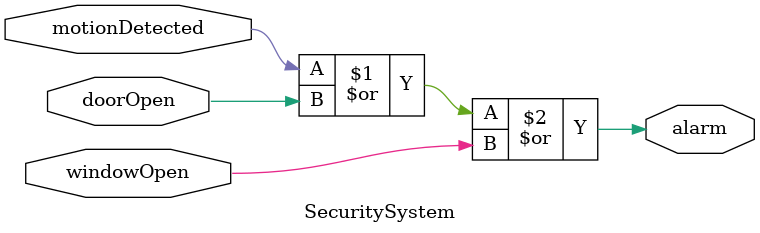
<source format=v>
module SecuritySystem(
    input wire motionDetected,
    input wire doorOpen,
    input wire windowOpen,
    output wire alarm
);
    assign alarm = motionDetected | doorOpen | windowOpen;
endmodule
</source>
